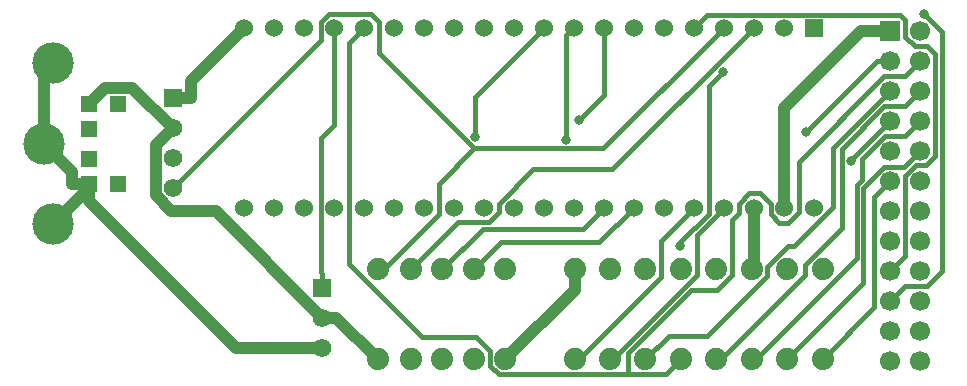
<source format=gbl>
G04 Layer: BottomLayer*
G04 EasyEDA v6.5.5, 2022-07-08 19:06:44*
G04 04dbce6b86ab4aa5bbd08ae1767c2fe9,0a780afeddf54f0185a1b1f5ac8a31da,10*
G04 Gerber Generator version 0.2*
G04 Scale: 100 percent, Rotated: No, Reflected: No *
G04 Dimensions in millimeters *
G04 leading zeros omitted , absolute positions ,4 integer and 5 decimal *
%FSLAX45Y45*%
%MOMM*%

%ADD11C,0.4000*%
%ADD12C,1.0000*%
%ADD13C,0.8000*%
%ADD14C,3.5001*%
%ADD15R,1.4224X1.4224*%
%ADD16R,1.7000X1.7000*%
%ADD17C,1.7000*%
%ADD18C,1.5748*%
%ADD19R,1.5748X1.5748*%
%ADD20C,1.8796*%
%ADD21C,1.5240*%
%ADD22R,1.5240X1.5240*%

%LPD*%
D11*
X7372984Y-457200D02*
G01*
X7263231Y-457200D01*
X6662750Y-1057681D01*
X4439996Y-175996D02*
G01*
X3857548Y-758444D01*
X3857548Y-1098499D01*
X5151729Y-3110636D02*
G01*
X5151729Y-2930677D01*
X5689574Y-2392832D01*
X5908802Y-2392832D01*
X6030493Y-2271140D01*
X6030493Y-1801139D01*
X6090996Y-1740636D01*
X6090996Y-1664055D01*
X6180861Y-1574190D01*
X6270701Y-1574190D01*
X6360490Y-1663979D01*
X6360490Y-1756105D01*
X6428613Y-1824228D01*
X6510985Y-1824228D01*
X6598996Y-1736217D01*
X6598996Y-1308887D01*
X7323683Y-584200D01*
X7499984Y-584200D01*
X7626984Y-457200D01*
X2915996Y-175996D02*
G01*
X2788996Y-302996D01*
X2788996Y-2171979D01*
X3409772Y-2792755D01*
X3863060Y-2792755D01*
X3981450Y-2911144D01*
X3981450Y-3035528D01*
X4056557Y-3110636D01*
X5151729Y-3110636D01*
X5151729Y-3110636D02*
G01*
X5470347Y-3110636D01*
X5599988Y-2980994D01*
X6499986Y-2980994D02*
G01*
X7145959Y-2335021D01*
X7145959Y-1530324D01*
X7323251Y-1353032D01*
X7493152Y-1353032D01*
X7626984Y-1219200D01*
X3314700Y-2218994D02*
G01*
X3710940Y-1822754D01*
X3975227Y-1822754D01*
X4058996Y-1738985D01*
X4058996Y-1663801D01*
X4350258Y-1372539D01*
X5021452Y-1372539D01*
X6217996Y-175996D01*
X5709996Y-1699996D02*
G01*
X5433415Y-1976577D01*
X5433415Y-2282444D01*
X4734864Y-2980994D01*
X4699990Y-2980994D01*
X3035300Y-2218994D02*
G01*
X3085236Y-2218994D01*
X3550996Y-1753235D01*
X3550996Y-1494866D01*
X3848709Y-1197152D01*
X1299971Y-1531112D02*
G01*
X2550617Y-280466D01*
X2550617Y-129895D01*
X2620746Y-59766D01*
X2976879Y-59766D01*
X3042996Y-125882D01*
X3042996Y-391439D01*
X3848709Y-1197152D01*
X3848709Y-1197152D02*
G01*
X4942840Y-1197152D01*
X5963996Y-175996D01*
X2661996Y-175996D02*
G01*
X2661996Y-999058D01*
X2550185Y-1110869D01*
X2550185Y-2240889D01*
X2565400Y-2256104D01*
X2565400Y-2374900D02*
G01*
X2565400Y-2256104D01*
D12*
X4114800Y-2980994D02*
G01*
X4699990Y-2395804D01*
X4699990Y-2218994D01*
X1296238Y-1026845D02*
G01*
X950925Y-681558D01*
X723061Y-681558D01*
X586739Y-817879D01*
X1299971Y-1023112D02*
G01*
X1296238Y-1026845D01*
X6217996Y-1699996D02*
G01*
X6217996Y-2200986D01*
X6199987Y-2218994D01*
X1296238Y-1026845D02*
G01*
X1155700Y-1167384D01*
X1155700Y-1593189D01*
X1286967Y-1724456D01*
X1660956Y-1724456D01*
X2565400Y-2628900D01*
X2565400Y-2628900D02*
G01*
X2683205Y-2628900D01*
X3035300Y-2980994D01*
D11*
X5201996Y-1699996D02*
G01*
X4910023Y-1991969D01*
X4075125Y-1991969D01*
X3848100Y-2218994D01*
X4947996Y-1699996D02*
G01*
X4770069Y-1877923D01*
X3922471Y-1877923D01*
X3581400Y-2218994D01*
X6199987Y-2980994D02*
G01*
X6237224Y-2980994D01*
X7090790Y-2127427D01*
X7090790Y-1506118D01*
X7134936Y-1461973D01*
X7134936Y-1284808D01*
X7327544Y-1092200D01*
X7499984Y-1092200D01*
X7626984Y-965200D01*
X6799986Y-2980994D02*
G01*
X7239152Y-2541828D01*
X7239152Y-1607032D01*
X7372984Y-1473200D01*
X5899988Y-2980994D02*
G01*
X5941009Y-2980994D01*
X6649999Y-2272004D01*
X6649999Y-2182698D01*
X6964146Y-1868551D01*
X6964146Y-1198041D01*
X7323988Y-838200D01*
X7499984Y-838200D01*
X7626984Y-711200D01*
D12*
X2565400Y-2882900D02*
G01*
X1829841Y-2882900D01*
X586739Y-1639798D01*
X287020Y-477520D02*
G01*
X205739Y-558800D01*
X205739Y-1158239D01*
X205739Y-1158239D02*
G01*
X445541Y-1398041D01*
X445541Y-1498600D01*
X586739Y-1498600D02*
G01*
X445541Y-1498600D01*
X586739Y-1498600D02*
G01*
X586739Y-1569186D01*
X586739Y-1569186D02*
G01*
X586739Y-1639798D01*
X586739Y-1569186D02*
G01*
X551713Y-1569186D01*
X287020Y-1833879D01*
X7372984Y-203200D02*
G01*
X7217918Y-203200D01*
X6471996Y-1699996D02*
G01*
X6471996Y-852525D01*
X6471996Y-852525D02*
G01*
X7121321Y-203200D01*
X7217918Y-203200D01*
X1448790Y-769112D02*
G01*
X1448790Y-627202D01*
X1899996Y-175996D01*
X1299971Y-769112D02*
G01*
X1448790Y-769112D01*
D11*
X4947996Y-175996D02*
G01*
X4947996Y-743940D01*
X4738725Y-953211D01*
X4999990Y-2980994D02*
G01*
X5023408Y-2980994D01*
X5733618Y-2270785D01*
X5733618Y-1930374D01*
X5963996Y-1699996D01*
X7372984Y-965200D02*
G01*
X7043165Y-1295019D01*
X7043165Y-1301877D01*
X5709996Y-175996D02*
G01*
X5821349Y-64643D01*
X7458709Y-64643D01*
X7499807Y-105740D01*
X7499807Y-251129D01*
X7578699Y-330022D01*
X7683144Y-330022D01*
X7753172Y-400050D01*
X7753172Y-1263827D01*
X7677632Y-1339367D01*
X7587868Y-1339367D01*
X7499984Y-1427251D01*
X7499984Y-2108200D01*
X7372984Y-2235200D01*
X4693996Y-175996D02*
G01*
X4629531Y-240461D01*
X4629531Y-1121994D01*
X7372984Y-2489200D02*
G01*
X7499984Y-2362200D01*
X7681086Y-2362200D01*
X7808442Y-2234844D01*
X7808442Y-207695D01*
X7661020Y-60274D01*
X7372984Y-711200D02*
G01*
X6892670Y-1191513D01*
X6892670Y-1691335D01*
X6558203Y-2025802D01*
X6506133Y-2025802D01*
X6332600Y-2199335D01*
X6332600Y-2273731D01*
X5825337Y-2780995D01*
X5499988Y-2780995D01*
X5299989Y-2980994D01*
X5595035Y-2020417D02*
G01*
X5595035Y-1990953D01*
X5836996Y-1748993D01*
X5836996Y-669417D01*
X5960719Y-545693D01*
D14*
G01*
X287020Y-477520D03*
G01*
X287020Y-1833879D03*
G01*
X205739Y-1158239D03*
D15*
G01*
X586739Y-1028700D03*
G01*
X586739Y-1287779D03*
G01*
X586739Y-1498600D03*
G01*
X586739Y-817879D03*
G01*
X835660Y-817879D03*
G01*
X830579Y-1498600D03*
D16*
G01*
X7372984Y-203200D03*
D17*
G01*
X7626984Y-203200D03*
G01*
X7372984Y-457200D03*
G01*
X7626984Y-457200D03*
G01*
X7372984Y-711200D03*
G01*
X7626984Y-711200D03*
G01*
X7372984Y-965200D03*
G01*
X7626984Y-965200D03*
G01*
X7372984Y-1219200D03*
G01*
X7626984Y-1219200D03*
G01*
X7372984Y-1473200D03*
G01*
X7626984Y-1473200D03*
G01*
X7372984Y-1727200D03*
G01*
X7626984Y-1727200D03*
G01*
X7372984Y-1981200D03*
G01*
X7626984Y-1981200D03*
G01*
X7372984Y-2235200D03*
G01*
X7626984Y-2235200D03*
G01*
X7372984Y-2489200D03*
G01*
X7626984Y-2489200D03*
G01*
X7372984Y-2743200D03*
G01*
X7626984Y-2743200D03*
G01*
X7372984Y-2997200D03*
G01*
X7626984Y-2997200D03*
D18*
G01*
X2565400Y-2882900D03*
G01*
X2565400Y-2628900D03*
D19*
G01*
X2565400Y-2374900D03*
D20*
G01*
X4699990Y-2980994D03*
G01*
X4699990Y-2218994D03*
G01*
X4999990Y-2980994D03*
G01*
X4999990Y-2218994D03*
G01*
X5299989Y-2980994D03*
G01*
X5299989Y-2218994D03*
G01*
X5599988Y-2980994D03*
G01*
X5599988Y-2218994D03*
G01*
X5899988Y-2980994D03*
G01*
X5899988Y-2218994D03*
G01*
X6199987Y-2980994D03*
G01*
X6199987Y-2218994D03*
G01*
X6499986Y-2980994D03*
G01*
X6499986Y-2218994D03*
G01*
X6799986Y-2980994D03*
G01*
X6799986Y-2218994D03*
G01*
X4114800Y-2218994D03*
G01*
X4114800Y-2980994D03*
G01*
X3848100Y-2218994D03*
G01*
X3848100Y-2980994D03*
G01*
X3581400Y-2218994D03*
G01*
X3581400Y-2980994D03*
G01*
X3314700Y-2218994D03*
G01*
X3314700Y-2980994D03*
G01*
X3035300Y-2218994D03*
G01*
X3035300Y-2980994D03*
D21*
G01*
X1899996Y-1699996D03*
G01*
X2153996Y-1699996D03*
G01*
X2407996Y-1699996D03*
G01*
X2661996Y-1699996D03*
G01*
X2915996Y-1699996D03*
G01*
X3169996Y-1699996D03*
G01*
X3423996Y-1699996D03*
G01*
X3677996Y-1699996D03*
G01*
X3931996Y-1699996D03*
G01*
X4185996Y-1699996D03*
G01*
X4439996Y-1699996D03*
G01*
X4693996Y-1699996D03*
G01*
X4947996Y-1699996D03*
G01*
X5201996Y-1699996D03*
G01*
X5455996Y-1699996D03*
G01*
X5709996Y-1699996D03*
G01*
X5963996Y-1699996D03*
G01*
X6217996Y-1699996D03*
G01*
X6471996Y-1699996D03*
G01*
X6725996Y-1699996D03*
G01*
X1899996Y-175996D03*
G01*
X2153996Y-175996D03*
G01*
X2407996Y-175996D03*
G01*
X2661996Y-175996D03*
G01*
X2915996Y-175996D03*
G01*
X3169996Y-175996D03*
G01*
X3423996Y-175996D03*
G01*
X3677996Y-175996D03*
G01*
X3931996Y-175996D03*
G01*
X4185996Y-175996D03*
G01*
X4439996Y-175996D03*
G01*
X4693996Y-175996D03*
G01*
X4947996Y-175996D03*
G01*
X5201996Y-175996D03*
G01*
X5455996Y-175996D03*
G01*
X5709996Y-175996D03*
G01*
X5963996Y-175996D03*
G01*
X6217996Y-175996D03*
G01*
X6471996Y-175996D03*
D22*
G01*
X6725996Y-175996D03*
D19*
G01*
X1299971Y-769112D03*
D18*
G01*
X1299971Y-1023112D03*
G01*
X1299971Y-1277112D03*
G01*
X1299971Y-1531112D03*
D13*
G01*
X5595035Y-2020417D03*
G01*
X5960719Y-545693D03*
G01*
X7661020Y-60274D03*
G01*
X4629531Y-1121994D03*
G01*
X7043165Y-1301877D03*
G01*
X4738725Y-953211D03*
G01*
X6471996Y-852525D03*
G01*
X3857548Y-1098499D03*
G01*
X6662750Y-1057681D03*
M02*

</source>
